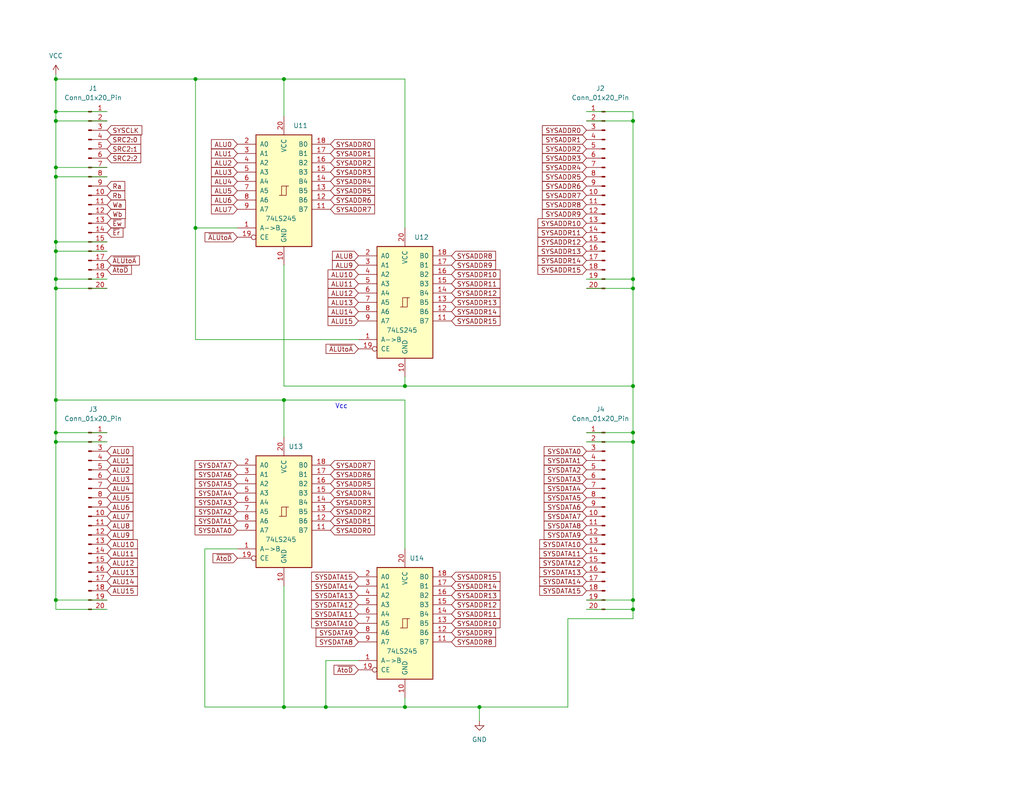
<source format=kicad_sch>
(kicad_sch (version 20230121) (generator eeschema)
  (paper "USLetter")
  (title_block (title "V503 Addressing Unit (Lower Half)"))
  (lib_symbols
    (symbol "74xx:74LS245" (pin_names (offset 1.016))
      (property "Reference" "U" (at -7.62 16.51 0))
      (property "Value" "74LS245" (at -7.62 -16.51 0))
      (symbol "74LS245_1_0"
        (polyline (pts (xy -0.635 -1.27) (xy -0.635 1.27) (xy 0.635 1.27)))
        (polyline (pts (xy -1.27 -1.27) (xy 0.635 -1.27) (xy 0.635 1.27) (xy 1.27 1.27)))
        (pin input line (at -12.7 -10.16 0) (length 5.08) (name "A->B") (number "1"))
        (pin power_in line (at 0 -20.32 90) (length 5.08) (name "GND") (number "10"))
        (pin tri_state line (at 12.7 -5.08 180) (length 5.08) (name "B7") (number "11"))
        (pin tri_state line (at 12.7 -2.54 180) (length 5.08) (name "B6") (number "12"))
        (pin tri_state line (at 12.7 0 180) (length 5.08) (name "B5") (number "13"))
        (pin tri_state line (at 12.7 2.54 180) (length 5.08) (name "B4") (number "14"))
        (pin tri_state line (at 12.7 5.08 180) (length 5.08) (name "B3") (number "15"))
        (pin tri_state line (at 12.7 7.62 180) (length 5.08) (name "B2") (number "16"))
        (pin tri_state line (at 12.7 10.16 180) (length 5.08) (name "B1") (number "17"))
        (pin tri_state line (at 12.7 12.7 180) (length 5.08) (name "B0") (number "18"))
        (pin input inverted (at -12.7 -12.7 0) (length 5.08) (name "CE") (number "19"))
        (pin tri_state line (at -12.7 12.7 0) (length 5.08) (name "A0") (number "2"))
        (pin power_in line (at 0 20.32 270) (length 5.08) (name "VCC") (number "20"))
        (pin tri_state line (at -12.7 10.16 0) (length 5.08) (name "A1") (number "3"))
        (pin tri_state line (at -12.7 7.62 0) (length 5.08) (name "A2") (number "4"))
        (pin tri_state line (at -12.7 5.08 0) (length 5.08) (name "A3") (number "5"))
        (pin tri_state line (at -12.7 2.54 0) (length 5.08) (name "A4") (number "6"))
        (pin tri_state line (at -12.7 0 0) (length 5.08) (name "A5") (number "7"))
        (pin tri_state line (at -12.7 -2.54 0) (length 5.08) (name "A6") (number "8"))
        (pin tri_state line (at -12.7 -5.08 0) (length 5.08) (name "A7") (number "9"))
      )
      (symbol "74LS245_1_1"
        (rectangle (start -7.62 15.24) (end 7.62 -15.24) (stroke (width 0.254)) (fill (type background)))
      )
    )
    (symbol "Connector:Conn_01x20_Pin" (pin_names (offset 1.016) hide)
      (property "Reference" "J" (at 0 25.4 0))
      (property "Value" "Conn_01x20_Pin" (at 0 -27.94 0))
      (symbol "Conn_01x20_Pin_1_1"
        (polyline (pts (xy 1.27 -25.4) (xy 0.8636 -25.4)) (stroke (width 0.1524)))
        (polyline (pts (xy 1.27 -22.86) (xy 0.8636 -22.86)) (stroke (width 0.1524)))
        (polyline (pts (xy 1.27 -20.32) (xy 0.8636 -20.32)) (stroke (width 0.1524)))
        (polyline (pts (xy 1.27 -17.78) (xy 0.8636 -17.78)) (stroke (width 0.1524)))
        (polyline (pts (xy 1.27 -15.24) (xy 0.8636 -15.24)) (stroke (width 0.1524)))
        (polyline (pts (xy 1.27 -12.7) (xy 0.8636 -12.7)) (stroke (width 0.1524)))
        (polyline (pts (xy 1.27 -10.16) (xy 0.8636 -10.16)) (stroke (width 0.1524)))
        (polyline (pts (xy 1.27 -7.62) (xy 0.8636 -7.62)) (stroke (width 0.1524)))
        (polyline (pts (xy 1.27 -5.08) (xy 0.8636 -5.08)) (stroke (width 0.1524)))
        (polyline (pts (xy 1.27 -2.54) (xy 0.8636 -2.54)) (stroke (width 0.1524)))
        (polyline (pts (xy 1.27 0) (xy 0.8636 0)) (stroke (width 0.1524)))
        (polyline (pts (xy 1.27 2.54) (xy 0.8636 2.54)) (stroke (width 0.1524)))
        (polyline (pts (xy 1.27 5.08) (xy 0.8636 5.08)) (stroke (width 0.1524)))
        (polyline (pts (xy 1.27 7.62) (xy 0.8636 7.62)) (stroke (width 0.1524)))
        (polyline (pts (xy 1.27 10.16) (xy 0.8636 10.16)) (stroke (width 0.1524)))
        (polyline (pts (xy 1.27 12.7) (xy 0.8636 12.7)) (stroke (width 0.1524)))
        (polyline (pts (xy 1.27 15.24) (xy 0.8636 15.24)) (stroke (width 0.1524)))
        (polyline (pts (xy 1.27 17.78) (xy 0.8636 17.78)) (stroke (width 0.1524)))
        (polyline (pts (xy 1.27 20.32) (xy 0.8636 20.32)) (stroke (width 0.1524)))
        (polyline (pts (xy 1.27 22.86) (xy 0.8636 22.86)) (stroke (width 0.1524)))
        (rectangle (start 0.8636 -25.273) (end 0 -25.527) (stroke (width 0.1524)) (fill (type outline)))
        (rectangle (start 0.8636 -22.733) (end 0 -22.987) (stroke (width 0.1524)) (fill (type outline)))
        (rectangle (start 0.8636 -20.193) (end 0 -20.447) (stroke (width 0.1524)) (fill (type outline)))
        (rectangle (start 0.8636 -17.653) (end 0 -17.907) (stroke (width 0.1524)) (fill (type outline)))
        (rectangle (start 0.8636 -15.113) (end 0 -15.367) (stroke (width 0.1524)) (fill (type outline)))
        (rectangle (start 0.8636 -12.573) (end 0 -12.827) (stroke (width 0.1524)) (fill (type outline)))
        (rectangle (start 0.8636 -10.033) (end 0 -10.287) (stroke (width 0.1524)) (fill (type outline)))
        (rectangle (start 0.8636 -7.493) (end 0 -7.747) (stroke (width 0.1524)) (fill (type outline)))
        (rectangle (start 0.8636 -4.953) (end 0 -5.207) (stroke (width 0.1524)) (fill (type outline)))
        (rectangle (start 0.8636 -2.413) (end 0 -2.667) (stroke (width 0.1524)) (fill (type outline)))
        (rectangle (start 0.8636 0.127) (end 0 -0.127) (stroke (width 0.1524)) (fill (type outline)))
        (rectangle (start 0.8636 2.667) (end 0 2.413) (stroke (width 0.1524)) (fill (type outline)))
        (rectangle (start 0.8636 5.207) (end 0 4.953) (stroke (width 0.1524)) (fill (type outline)))
        (rectangle (start 0.8636 7.747) (end 0 7.493) (stroke (width 0.1524)) (fill (type outline)))
        (rectangle (start 0.8636 10.287) (end 0 10.033) (stroke (width 0.1524)) (fill (type outline)))
        (rectangle (start 0.8636 12.827) (end 0 12.573) (stroke (width 0.1524)) (fill (type outline)))
        (rectangle (start 0.8636 15.367) (end 0 15.113) (stroke (width 0.1524)) (fill (type outline)))
        (rectangle (start 0.8636 17.907) (end 0 17.653) (stroke (width 0.1524)) (fill (type outline)))
        (rectangle (start 0.8636 20.447) (end 0 20.193) (stroke (width 0.1524)) (fill (type outline)))
        (rectangle (start 0.8636 22.987) (end 0 22.733) (stroke (width 0.1524)) (fill (type outline)))
        (pin passive line (at 5.08 22.86 180) (length 3.81) (name "Pin_1") (number "1"))
        (pin passive line (at 5.08 0 180) (length 3.81) (name "Pin_10") (number "10"))
        (pin passive line (at 5.08 -2.54 180) (length 3.81) (name "Pin_11") (number "11"))
        (pin passive line (at 5.08 -5.08 180) (length 3.81) (name "Pin_12") (number "12"))
        (pin passive line (at 5.08 -7.62 180) (length 3.81) (name "Pin_13") (number "13"))
        (pin passive line (at 5.08 -10.16 180) (length 3.81) (name "Pin_14") (number "14"))
        (pin passive line (at 5.08 -12.7 180) (length 3.81) (name "Pin_15") (number "15"))
        (pin passive line (at 5.08 -15.24 180) (length 3.81) (name "Pin_16") (number "16"))
        (pin passive line (at 5.08 -17.78 180) (length 3.81) (name "Pin_17") (number "17"))
        (pin passive line (at 5.08 -20.32 180) (length 3.81) (name "Pin_18") (number "18"))
        (pin passive line (at 5.08 -22.86 180) (length 3.81) (name "Pin_19") (number "19"))
        (pin passive line (at 5.08 20.32 180) (length 3.81) (name "Pin_2") (number "2"))
        (pin passive line (at 5.08 -25.4 180) (length 3.81) (name "Pin_20") (number "20"))
        (pin passive line (at 5.08 17.78 180) (length 3.81) (name "Pin_3") (number "3"))
        (pin passive line (at 5.08 15.24 180) (length 3.81) (name "Pin_4") (number "4"))
        (pin passive line (at 5.08 12.7 180) (length 3.81) (name "Pin_5") (number "5"))
        (pin passive line (at 5.08 10.16 180) (length 3.81) (name "Pin_6") (number "6"))
        (pin passive line (at 5.08 7.62 180) (length 3.81) (name "Pin_7") (number "7"))
        (pin passive line (at 5.08 5.08 180) (length 3.81) (name "Pin_8") (number "8"))
        (pin passive line (at 5.08 2.54 180) (length 3.81) (name "Pin_9") (number "9"))
      )
    )
    (symbol "power:GND" (power) (pin_names (offset 0))
      (property "Value" "GND" (at 0 -3.81 0))
      (symbol "GND_0_1"
        (polyline (pts (xy 0 0) (xy 0 -1.27) (xy 1.27 -1.27) (xy 0 -2.54) (xy -1.27 -1.27) (xy 0 -1.27)))
      )
      (symbol "GND_1_1"
        (pin power_in line (at 0 0 270) (length 0) hide (name "GND") (number "1"))
      )
    )
    (symbol "power:VCC" (power) (pin_names (offset 0))
      (property "Value" "VCC" (at 0 3.81 0))
      (symbol "VCC_0_1"
        (polyline (pts (xy -0.762 1.27) (xy 0 2.54)))
        (polyline (pts (xy 0 0) (xy 0 2.54)))
        (polyline (pts (xy 0 2.54) (xy 0.762 1.27)))
      )
      (symbol "VCC_1_1"
        (pin power_in line (at 0 0 90) (length 0) hide (name "VCC") (number "1"))
      )
    )
  )
  (junction (at 172.72 105.41))
  (junction (at 172.72 78.74))
  (junction (at 172.72 120.65))
  (junction (at 172.72 76.2))
  (junction (at 110.49 105.41))
  (junction (at 15.24 21.59))
  (junction (at 77.47 109.22))
  (junction (at 15.24 118.11))
  (junction (at 53.34 62.23))
  (junction (at 77.47 193.04))
  (junction (at 15.24 163.83))
  (junction (at 15.24 109.22))
  (junction (at 15.24 68.58))
  (junction (at 15.24 76.2))
  (junction (at 15.24 48.26))
  (junction (at 172.72 163.83))
  (junction (at 172.72 33.02))
  (junction (at 15.24 120.65))
  (junction (at 172.72 166.37))
  (junction (at 15.24 30.48))
  (junction (at 15.24 45.72))
  (junction (at 172.72 118.11))
  (junction (at 110.49 193.04))
  (junction (at 53.34 21.59))
  (junction (at 88.9 193.04))
  (junction (at 77.47 21.59))
  (junction (at 130.81 193.04))
  (junction (at 15.24 78.74))
  (junction (at 15.24 33.02))
  (junction (at 15.24 66.04))
  (wire (pts (xy 97.79 180.34) (xy 88.9 180.34)))
  (wire (pts (xy 15.24 20.32) (xy 15.24 21.59)))
  (wire (pts (xy 64.77 62.23) (xy 53.34 62.23)))
  (wire (pts (xy 15.24 120.65) (xy 29.21 120.65)))
  (wire (pts (xy 55.88 193.04) (xy 77.47 193.04)))
  (wire (pts (xy 77.47 21.59) (xy 110.49 21.59)))
  (wire (pts (xy 160.02 30.48) (xy 172.72 30.48)))
  (wire (pts (xy 77.47 193.04) (xy 88.9 193.04)))
  (wire (pts (xy 160.02 33.02) (xy 172.72 33.02)))
  (wire (pts (xy 160.02 118.11) (xy 172.72 118.11)))
  (wire (pts (xy 172.72 30.48) (xy 172.72 33.02)))
  (wire (pts (xy 110.49 190.5) (xy 110.49 193.04)))
  (wire (pts (xy 110.49 62.23) (xy 110.49 21.59)))
  (wire (pts (xy 15.24 166.37) (xy 29.21 166.37)))
  (wire (pts (xy 77.47 72.39) (xy 77.47 105.41)))
  (wire (pts (xy 15.24 45.72) (xy 15.24 48.26)))
  (wire (pts (xy 55.88 149.86) (xy 55.88 193.04)))
  (wire (pts (xy 110.49 109.22) (xy 110.49 149.86)))
  (wire (pts (xy 130.81 193.04) (xy 130.81 196.85)))
  (wire (pts (xy 172.72 118.11) (xy 172.72 120.65)))
  (wire (pts (xy 15.24 66.04) (xy 29.21 66.04)))
  (wire (pts (xy 15.24 118.11) (xy 29.21 118.11)))
  (wire (pts (xy 15.24 68.58) (xy 15.24 76.2)))
  (wire (pts (xy 172.72 78.74) (xy 172.72 105.41)))
  (wire (pts (xy 15.24 30.48) (xy 15.24 33.02)))
  (wire (pts (xy 15.24 30.48) (xy 29.21 30.48)))
  (wire (pts (xy 77.47 109.22) (xy 77.47 119.38)))
  (wire (pts (xy 160.02 166.37) (xy 172.72 166.37)))
  (wire (pts (xy 53.34 62.23) (xy 53.34 21.59)))
  (wire (pts (xy 172.72 33.02) (xy 172.72 76.2)))
  (wire (pts (xy 15.24 109.22) (xy 77.47 109.22)))
  (wire (pts (xy 15.24 33.02) (xy 15.24 45.72)))
  (wire (pts (xy 110.49 193.04) (xy 130.81 193.04)))
  (wire (pts (xy 172.72 120.65) (xy 172.72 163.83)))
  (wire (pts (xy 15.24 45.72) (xy 29.21 45.72)))
  (wire (pts (xy 160.02 76.2) (xy 172.72 76.2)))
  (wire (pts (xy 77.47 105.41) (xy 110.49 105.41)))
  (wire (pts (xy 110.49 102.87) (xy 110.49 105.41)))
  (wire (pts (xy 154.94 193.04) (xy 154.94 168.91)))
  (wire (pts (xy 154.94 168.91) (xy 172.72 168.91)))
  (wire (pts (xy 172.72 166.37) (xy 172.72 168.91)))
  (wire (pts (xy 77.47 21.59) (xy 77.47 31.75)))
  (wire (pts (xy 15.24 78.74) (xy 15.24 109.22)))
  (wire (pts (xy 172.72 76.2) (xy 172.72 78.74)))
  (wire (pts (xy 130.81 193.04) (xy 154.94 193.04)))
  (wire (pts (xy 53.34 21.59) (xy 77.47 21.59)))
  (wire (pts (xy 77.47 160.02) (xy 77.47 193.04)))
  (wire (pts (xy 172.72 163.83) (xy 172.72 166.37)))
  (wire (pts (xy 77.47 109.22) (xy 110.49 109.22)))
  (wire (pts (xy 15.24 48.26) (xy 29.21 48.26)))
  (wire (pts (xy 172.72 105.41) (xy 172.72 118.11)))
  (wire (pts (xy 15.24 163.83) (xy 29.21 163.83)))
  (wire (pts (xy 15.24 21.59) (xy 53.34 21.59)))
  (wire (pts (xy 160.02 120.65) (xy 172.72 120.65)))
  (wire (pts (xy 15.24 120.65) (xy 15.24 163.83)))
  (wire (pts (xy 15.24 21.59) (xy 15.24 30.48)))
  (wire (pts (xy 15.24 78.74) (xy 29.21 78.74)))
  (wire (pts (xy 64.77 149.86) (xy 55.88 149.86)))
  (wire (pts (xy 88.9 180.34) (xy 88.9 193.04)))
  (wire (pts (xy 160.02 163.83) (xy 172.72 163.83)))
  (wire (pts (xy 15.24 33.02) (xy 29.21 33.02)))
  (wire (pts (xy 110.49 105.41) (xy 172.72 105.41)))
  (wire (pts (xy 15.24 68.58) (xy 29.21 68.58)))
  (wire (pts (xy 15.24 76.2) (xy 29.21 76.2)))
  (wire (pts (xy 97.79 92.71) (xy 53.34 92.71)))
  (wire (pts (xy 15.24 66.04) (xy 15.24 68.58)))
  (wire (pts (xy 53.34 62.23) (xy 53.34 92.71)))
  (wire (pts (xy 88.9 193.04) (xy 110.49 193.04)))
  (wire (pts (xy 15.24 118.11) (xy 15.24 120.65)))
  (wire (pts (xy 15.24 48.26) (xy 15.24 66.04)))
  (wire (pts (xy 160.02 78.74) (xy 172.72 78.74)))
  (wire (pts (xy 15.24 163.83) (xy 15.24 166.37)))
  (wire (pts (xy 15.24 109.22) (xy 15.24 118.11)))
  (wire (pts (xy 15.24 76.2) (xy 15.24 78.74)))
  (text "Vcc" (at 91.44 111.76 0) (effects (font (size 1.27 1.27)) (justify left bottom)))
  (global_label "SYSADDR9" (shape input) (at 123.19 172.72 0) (property "Intersheetrefs" "${INTERSHEET_REFS}" (effects hide)))
  (global_label "SYSADDR1" (shape input) (at 90.17 142.24 0) (property "Intersheetrefs" "${INTERSHEET_REFS}" (effects hide)))
  (global_label "ALU15" (shape input) (at 29.21 161.29 0) (property "Intersheetrefs" "${INTERSHEET_REFS}" (effects hide)))
  (global_label "ALU12" (shape input) (at 29.21 153.67 0) (property "Intersheetrefs" "${INTERSHEET_REFS}" (effects hide)))
  (global_label "ALU2" (shape input) (at 64.77 44.45 180) (property "Intersheetrefs" "${INTERSHEET_REFS}" (effects hide)))
  (global_label "SYSADDR11" (shape input) (at 123.19 77.47 0) (property "Intersheetrefs" "${INTERSHEET_REFS}" (effects hide)))
  (global_label "SYSADDR1" (shape input) (at 160.02 38.1 180) (property "Intersheetrefs" "${INTERSHEET_REFS}" (effects hide)))
  (global_label "ALU7" (shape input) (at 29.21 140.97 0) (property "Intersheetrefs" "${INTERSHEET_REFS}" (effects hide)))
  (global_label "Wb" (shape input) (at 29.21 58.42 0) (property "Intersheetrefs" "${INTERSHEET_REFS}" (effects hide)))
  (global_label "SRC2:2" (shape input) (at 29.21 43.18 0) (property "Intersheetrefs" "${INTERSHEET_REFS}" (effects hide)))
  (global_label "SYSDATA4" (shape input) (at 64.77 134.62 180) (property "Intersheetrefs" "${INTERSHEET_REFS}" (effects hide)))
  (global_label "~{ALUtoA}" (shape input) (at 97.79 95.25 180) (property "Intersheetrefs" "${INTERSHEET_REFS}" (effects hide)))
  (global_label "ALU5" (shape input) (at 29.21 135.89 0) (property "Intersheetrefs" "${INTERSHEET_REFS}" (effects hide)))
  (global_label "ALU0" (shape input) (at 64.77 39.37 180) (property "Intersheetrefs" "${INTERSHEET_REFS}" (effects hide)))
  (global_label "SYSADDR4" (shape input) (at 90.17 49.53 0) (property "Intersheetrefs" "${INTERSHEET_REFS}" (effects hide)))
  (global_label "SYSADDR1" (shape input) (at 90.17 41.91 0) (property "Intersheetrefs" "${INTERSHEET_REFS}" (effects hide)))
  (global_label "ALU9" (shape input) (at 97.79 72.39 180) (property "Intersheetrefs" "${INTERSHEET_REFS}" (effects hide)))
  (global_label "SYSADDR11" (shape input) (at 123.19 167.64 0) (property "Intersheetrefs" "${INTERSHEET_REFS}" (effects hide)))
  (global_label "SYSADDR3" (shape input) (at 90.17 46.99 0) (property "Intersheetrefs" "${INTERSHEET_REFS}" (effects hide)))
  (global_label "SYSADDR5" (shape input) (at 90.17 52.07 0) (property "Intersheetrefs" "${INTERSHEET_REFS}" (effects hide)))
  (global_label "ALU10" (shape input) (at 97.79 74.93 180) (property "Intersheetrefs" "${INTERSHEET_REFS}" (effects hide)))
  (global_label "SYSADDR2" (shape input) (at 90.17 44.45 0) (property "Intersheetrefs" "${INTERSHEET_REFS}" (effects hide)))
  (global_label "ALU1" (shape input) (at 29.21 125.73 0) (property "Intersheetrefs" "${INTERSHEET_REFS}" (effects hide)))
  (global_label "SYSDATA15" (shape input) (at 97.79 157.48 180) (property "Intersheetrefs" "${INTERSHEET_REFS}" (effects hide)))
  (global_label "Ra" (shape input) (at 29.21 50.8 0) (property "Intersheetrefs" "${INTERSHEET_REFS}" (effects hide)))
  (global_label "SYSADDR3" (shape input) (at 90.17 137.16 0) (property "Intersheetrefs" "${INTERSHEET_REFS}" (effects hide)))
  (global_label "ALU8" (shape input) (at 97.79 69.85 180) (property "Intersheetrefs" "${INTERSHEET_REFS}" (effects hide)))
  (global_label "SYSDATA13" (shape input) (at 97.79 162.56 180) (property "Intersheetrefs" "${INTERSHEET_REFS}" (effects hide)))
  (global_label "SYSADDR3" (shape input) (at 160.02 43.18 180) (property "Intersheetrefs" "${INTERSHEET_REFS}" (effects hide)))
  (global_label "ALU7" (shape input) (at 64.77 57.15 180) (property "Intersheetrefs" "${INTERSHEET_REFS}" (effects hide)))
  (global_label "SYSADDR7" (shape input) (at 90.17 127 0) (property "Intersheetrefs" "${INTERSHEET_REFS}" (effects hide)))
  (global_label "ALU2" (shape input) (at 29.21 128.27 0) (property "Intersheetrefs" "${INTERSHEET_REFS}" (effects hide)))
  (global_label "SYSADDR13" (shape input) (at 123.19 162.56 0) (property "Intersheetrefs" "${INTERSHEET_REFS}" (effects hide)))
  (global_label "ALU8" (shape input) (at 29.21 143.51 0) (property "Intersheetrefs" "${INTERSHEET_REFS}" (effects hide)))
  (global_label "SYSDATA5" (shape input) (at 64.77 132.08 180) (property "Intersheetrefs" "${INTERSHEET_REFS}" (effects hide)))
  (global_label "SYSDATA12" (shape input) (at 160.02 153.67 180) (property "Intersheetrefs" "${INTERSHEET_REFS}" (effects hide)))
  (global_label "SYSADDR10" (shape input) (at 123.19 170.18 0) (property "Intersheetrefs" "${INTERSHEET_REFS}" (effects hide)))
  (global_label "ALU11" (shape input) (at 29.21 151.13 0) (property "Intersheetrefs" "${INTERSHEET_REFS}" (effects hide)))
  (global_label "SYSDATA6" (shape input) (at 160.02 138.43 180) (property "Intersheetrefs" "${INTERSHEET_REFS}" (effects hide)))
  (global_label "ALU4" (shape input) (at 29.21 133.35 0) (property "Intersheetrefs" "${INTERSHEET_REFS}" (effects hide)))
  (global_label "SYSADDR0" (shape input) (at 160.02 35.56 180) (property "Intersheetrefs" "${INTERSHEET_REFS}" (effects hide)))
  (global_label "~{Ew}" (shape input) (at 29.21 60.96 0) (property "Intersheetrefs" "${INTERSHEET_REFS}" (effects hide)))
  (global_label "SYSDATA7" (shape input) (at 64.77 127 180) (property "Intersheetrefs" "${INTERSHEET_REFS}" (effects hide)))
  (global_label "SYSADDR7" (shape input) (at 90.17 57.15 0) (property "Intersheetrefs" "${INTERSHEET_REFS}" (effects hide)))
  (global_label "~{AtoD}" (shape input) (at 29.21 73.66 0) (property "Intersheetrefs" "${INTERSHEET_REFS}" (effects hide)))
  (global_label "SYSDATA0" (shape input) (at 160.02 123.19 180) (property "Intersheetrefs" "${INTERSHEET_REFS}" (effects hide)))
  (global_label "SYSADDR12" (shape input) (at 160.02 66.04 180) (property "Intersheetrefs" "${INTERSHEET_REFS}" (effects hide)))
  (global_label "ALU9" (shape input) (at 29.21 146.05 0) (property "Intersheetrefs" "${INTERSHEET_REFS}" (effects hide)))
  (global_label "SYSDATA3" (shape input) (at 160.02 130.81 180) (property "Intersheetrefs" "${INTERSHEET_REFS}" (effects hide)))
  (global_label "SYSDATA7" (shape input) (at 160.02 140.97 180) (property "Intersheetrefs" "${INTERSHEET_REFS}" (effects hide)))
  (global_label "SYSDATA15" (shape input) (at 160.02 161.29 180) (property "Intersheetrefs" "${INTERSHEET_REFS}" (effects hide)))
  (global_label "SYSDATA12" (shape input) (at 97.79 165.1 180) (property "Intersheetrefs" "${INTERSHEET_REFS}" (effects hide)))
  (global_label "SYSADDR14" (shape input) (at 160.02 71.12 180) (property "Intersheetrefs" "${INTERSHEET_REFS}" (effects hide)))
  (global_label "Rb" (shape input) (at 29.21 53.34 0) (property "Intersheetrefs" "${INTERSHEET_REFS}" (effects hide)))
  (global_label "SYSDATA1" (shape input) (at 64.77 142.24 180) (property "Intersheetrefs" "${INTERSHEET_REFS}" (effects hide)))
  (global_label "ALU12" (shape input) (at 97.79 80.01 180) (property "Intersheetrefs" "${INTERSHEET_REFS}" (effects hide)))
  (global_label "SYSADDR12" (shape input) (at 123.19 165.1 0) (property "Intersheetrefs" "${INTERSHEET_REFS}" (effects hide)))
  (global_label "ALU6" (shape input) (at 64.77 54.61 180) (property "Intersheetrefs" "${INTERSHEET_REFS}" (effects hide)))
  (global_label "ALU5" (shape input) (at 64.77 52.07 180) (property "Intersheetrefs" "${INTERSHEET_REFS}" (effects hide)))
  (global_label "SYSADDR2" (shape input) (at 90.17 139.7 0) (property "Intersheetrefs" "${INTERSHEET_REFS}" (effects hide)))
  (global_label "SYSDATA1" (shape input) (at 160.02 125.73 180) (property "Intersheetrefs" "${INTERSHEET_REFS}" (effects hide)))
  (global_label "SYSDATA11" (shape input) (at 97.79 167.64 180) (property "Intersheetrefs" "${INTERSHEET_REFS}" (effects hide)))
  (global_label "SYSADDR15" (shape input) (at 160.02 73.66 180) (property "Intersheetrefs" "${INTERSHEET_REFS}" (effects hide)))
  (global_label "ALU14" (shape input) (at 97.79 85.09 180) (property "Intersheetrefs" "${INTERSHEET_REFS}" (effects hide)))
  (global_label "ALU15" (shape input) (at 97.79 87.63 180) (property "Intersheetrefs" "${INTERSHEET_REFS}" (effects hide)))
  (global_label "SYSADDR6" (shape input) (at 90.17 54.61 0) (property "Intersheetrefs" "${INTERSHEET_REFS}" (effects hide)))
  (global_label "SRC2:0" (shape input) (at 29.21 38.1 0) (property "Intersheetrefs" "${INTERSHEET_REFS}" (effects hide)))
  (global_label "ALU14" (shape input) (at 29.21 158.75 0) (property "Intersheetrefs" "${INTERSHEET_REFS}" (effects hide)))
  (global_label "SYSDATA6" (shape input) (at 64.77 129.54 180) (property "Intersheetrefs" "${INTERSHEET_REFS}" (effects hide)))
  (global_label "~{AtoD}" (shape input) (at 97.79 182.88 180) (property "Intersheetrefs" "${INTERSHEET_REFS}" (effects hide)))
  (global_label "SYSDATA5" (shape input) (at 160.02 135.89 180) (property "Intersheetrefs" "${INTERSHEET_REFS}" (effects hide)))
  (global_label "ALU6" (shape input) (at 29.21 138.43 0) (property "Intersheetrefs" "${INTERSHEET_REFS}" (effects hide)))
  (global_label "ALU10" (shape input) (at 29.21 148.59 0) (property "Intersheetrefs" "${INTERSHEET_REFS}" (effects hide)))
  (global_label "ALU3" (shape input) (at 64.77 46.99 180) (property "Intersheetrefs" "${INTERSHEET_REFS}" (effects hide)))
  (global_label "SYSADDR13" (shape input) (at 123.19 82.55 0) (property "Intersheetrefs" "${INTERSHEET_REFS}" (effects hide)))
  (global_label "SYSDATA11" (shape input) (at 160.02 151.13 180) (property "Intersheetrefs" "${INTERSHEET_REFS}" (effects hide)))
  (global_label "~{ALUtoA}" (shape input) (at 29.21 71.12 0) (property "Intersheetrefs" "${INTERSHEET_REFS}" (effects hide)))
  (global_label "SYSADDR2" (shape input) (at 160.02 40.64 180) (property "Intersheetrefs" "${INTERSHEET_REFS}" (effects hide)))
  (global_label "SYSADDR0" (shape input) (at 90.17 39.37 0) (property "Intersheetrefs" "${INTERSHEET_REFS}" (effects hide)))
  (global_label "SYSDATA0" (shape input) (at 64.77 144.78 180) (property "Intersheetrefs" "${INTERSHEET_REFS}" (effects hide)))
  (global_label "SYSDATA10" (shape input) (at 97.79 170.18 180) (property "Intersheetrefs" "${INTERSHEET_REFS}" (effects hide)))
  (global_label "SYSDATA14" (shape input) (at 97.79 160.02 180) (property "Intersheetrefs" "${INTERSHEET_REFS}" (effects hide)))
  (global_label "SYSADDR8" (shape input) (at 123.19 175.26 0) (property "Intersheetrefs" "${INTERSHEET_REFS}" (effects hide)))
  (global_label "SYSDATA14" (shape input) (at 160.02 158.75 180) (property "Intersheetrefs" "${INTERSHEET_REFS}" (effects hide)))
  (global_label "SRC2:1" (shape input) (at 29.21 40.64 0) (property "Intersheetrefs" "${INTERSHEET_REFS}" (effects hide)))
  (global_label "ALU4" (shape input) (at 64.77 49.53 180) (property "Intersheetrefs" "${INTERSHEET_REFS}" (effects hide)))
  (global_label "~{ALUtoA}" (shape input) (at 64.77 64.77 180) (property "Intersheetrefs" "${INTERSHEET_REFS}" (effects hide)))
  (global_label "SYSADDR6" (shape input) (at 160.02 50.8 180) (property "Intersheetrefs" "${INTERSHEET_REFS}" (effects hide)))
  (global_label "ALU0" (shape input) (at 29.21 123.19 0) (property "Intersheetrefs" "${INTERSHEET_REFS}" (effects hide)))
  (global_label "SYSADDR5" (shape input) (at 160.02 48.26 180) (property "Intersheetrefs" "${INTERSHEET_REFS}" (effects hide)))
  (global_label "SYSADDR4" (shape input) (at 160.02 45.72 180) (property "Intersheetrefs" "${INTERSHEET_REFS}" (effects hide)))
  (global_label "SYSDATA3" (shape input) (at 64.77 137.16 180) (property "Intersheetrefs" "${INTERSHEET_REFS}" (effects hide)))
  (global_label "Wa" (shape input) (at 29.21 55.88 0) (property "Intersheetrefs" "${INTERSHEET_REFS}" (effects hide)))
  (global_label "SYSADDR9" (shape input) (at 123.19 72.39 0) (property "Intersheetrefs" "${INTERSHEET_REFS}" (effects hide)))
  (global_label "SYSADDR11" (shape input) (at 160.02 63.5 180) (property "Intersheetrefs" "${INTERSHEET_REFS}" (effects hide)))
  (global_label "SYSDATA2" (shape input) (at 64.77 139.7 180) (property "Intersheetrefs" "${INTERSHEET_REFS}" (effects hide)))
  (global_label "ALU13" (shape input) (at 97.79 82.55 180) (property "Intersheetrefs" "${INTERSHEET_REFS}" (effects hide)))
  (global_label "~{Er}" (shape input) (at 29.21 63.5 0) (property "Intersheetrefs" "${INTERSHEET_REFS}" (effects hide)))
  (global_label "SYSDATA2" (shape input) (at 160.02 128.27 180) (property "Intersheetrefs" "${INTERSHEET_REFS}" (effects hide)))
  (global_label "SYSDATA8" (shape input) (at 97.79 175.26 180) (property "Intersheetrefs" "${INTERSHEET_REFS}" (effects hide)))
  (global_label "SYSADDR5" (shape input) (at 90.17 132.08 0) (property "Intersheetrefs" "${INTERSHEET_REFS}" (effects hide)))
  (global_label "SYSADDR8" (shape input) (at 123.19 69.85 0) (property "Intersheetrefs" "${INTERSHEET_REFS}" (effects hide)))
  (global_label "SYSDATA9" (shape input) (at 160.02 146.05 180) (property "Intersheetrefs" "${INTERSHEET_REFS}" (effects hide)))
  (global_label "SYSADDR13" (shape input) (at 160.02 68.58 180) (property "Intersheetrefs" "${INTERSHEET_REFS}" (effects hide)))
  (global_label "SYSADDR9" (shape input) (at 160.02 58.42 180) (property "Intersheetrefs" "${INTERSHEET_REFS}" (effects hide)))
  (global_label "SYSADDR15" (shape input) (at 123.19 157.48 0) (property "Intersheetrefs" "${INTERSHEET_REFS}" (effects hide)))
  (global_label "SYSADDR12" (shape input) (at 123.19 80.01 0) (property "Intersheetrefs" "${INTERSHEET_REFS}" (effects hide)))
  (global_label "~{AtoD}" (shape input) (at 64.77 152.4 180) (property "Intersheetrefs" "${INTERSHEET_REFS}" (effects hide)))
  (global_label "SYSADDR8" (shape input) (at 160.02 55.88 180) (property "Intersheetrefs" "${INTERSHEET_REFS}" (effects hide)))
  (global_label "ALU1" (shape input) (at 64.77 41.91 180) (property "Intersheetrefs" "${INTERSHEET_REFS}" (effects hide)))
  (global_label "SYSADDR15" (shape input) (at 123.19 87.63 0) (property "Intersheetrefs" "${INTERSHEET_REFS}" (effects hide)))
  (global_label "SYSDATA4" (shape input) (at 160.02 133.35 180) (property "Intersheetrefs" "${INTERSHEET_REFS}" (effects hide)))
  (global_label "SYSADDR10" (shape input) (at 160.02 60.96 180) (property "Intersheetrefs" "${INTERSHEET_REFS}" (effects hide)))
  (global_label "SYSDATA10" (shape input) (at 160.02 148.59 180) (property "Intersheetrefs" "${INTERSHEET_REFS}" (effects hide)))
  (global_label "ALU11" (shape input) (at 97.79 77.47 180) (property "Intersheetrefs" "${INTERSHEET_REFS}" (effects hide)))
  (global_label "SYSADDR6" (shape input) (at 90.17 129.54 0) (property "Intersheetrefs" "${INTERSHEET_REFS}" (effects hide)))
  (global_label "SYSADDR7" (shape input) (at 160.02 53.34 180) (property "Intersheetrefs" "${INTERSHEET_REFS}" (effects hide)))
  (global_label "ALU3" (shape input) (at 29.21 130.81 0) (property "Intersheetrefs" "${INTERSHEET_REFS}" (effects hide)))
  (global_label "SYSDATA9" (shape input) (at 97.79 172.72 180) (property "Intersheetrefs" "${INTERSHEET_REFS}" (effects hide)))
  (global_label "SYSDATA8" (shape input) (at 160.02 143.51 180) (property "Intersheetrefs" "${INTERSHEET_REFS}" (effects hide)))
  (global_label "SYSADDR14" (shape input) (at 123.19 160.02 0) (property "Intersheetrefs" "${INTERSHEET_REFS}" (effects hide)))
  (global_label "ALU13" (shape input) (at 29.21 156.21 0) (property "Intersheetrefs" "${INTERSHEET_REFS}" (effects hide)))
  (global_label "SYSADDR0" (shape input) (at 90.17 144.78 0) (property "Intersheetrefs" "${INTERSHEET_REFS}" (effects hide)))
  (global_label "SYSADDR10" (shape input) (at 123.19 74.93 0) (property "Intersheetrefs" "${INTERSHEET_REFS}" (effects hide)))
  (global_label "SYSADDR14" (shape input) (at 123.19 85.09 0) (property "Intersheetrefs" "${INTERSHEET_REFS}" (effects hide)))
  (global_label "SYSCLK" (shape input) (at 29.21 35.56 0) (property "Intersheetrefs" "${INTERSHEET_REFS}" (effects hide)))
  (global_label "SYSADDR4" (shape input) (at 90.17 134.62 0) (property "Intersheetrefs" "${INTERSHEET_REFS}" (effects hide)))
  (global_label "SYSDATA13" (shape input) (at 160.02 156.21 180) (property "Intersheetrefs" "${INTERSHEET_REFS}" (effects hide)))
  (symbol (lib_id "74xx:74LS245") (at 110.49 170.18 0) (unit 1)
    (property "Reference" "U14" (at 111.76 152.4 0) (effects (justify left)))
    (property "Value" "74LS245" (at 105.41 177.8 0) (effects (justify left)))
    (property "Footprint" "Package_DIP:DIP-20_W7.62mm" (effects hide))
    (property "Datasheet" "http://www.ti.com/lit/gpn/sn74LS245" (effects hide))
  )
  (symbol (lib_id "power:VCC") (at 15.24 20.32 0) (unit 1)
    (property "Reference" "#PWR03" (effects hide))
    (property "Value" "VCC" (at 15.24 15.24 0))
    (instances (project "V503" (path "" (reference "#PWR03") (unit 1)) (path "" (reference "#PWR01") (unit 1)) (path "" (reference "#PWR06") (unit 1))))
  )
  (symbol (lib_id "74xx:74LS245") (at 77.47 139.7 0) (unit 1)
    (property "Reference" "U13" (at 78.74 121.92 0) (effects (justify left)))
    (property "Value" "74LS245" (at 72.39 147.32 0) (effects (justify left)))
    (property "Footprint" "Package_DIP:DIP-20_W7.62mm" (effects hide))
    (property "Datasheet" "http://www.ti.com/lit/gpn/sn74LS245" (effects hide))
  )
  (symbol (lib_id "Connector:Conn_01x20_Pin") (at 24.13 53.34 0) (unit 1)
    (property "Reference" "J1" (at 25.4 24.13 0))
    (property "Value" "Conn_01x20_Pin" (at 25.4 26.67 0))
    (property "Footprint" "Connector_PinHeader_2.54mm:PinHeader_1x20_P2.54mm_Vertical" (effects hide))
  )
  (symbol (lib_id "Connector:Conn_01x20_Pin") (at 24.13 140.97 0) (unit 1)
    (property "Reference" "J3" (at 25.4 111.76 0))
    (property "Value" "Conn_01x20_Pin" (at 25.4 114.3 0))
    (property "Footprint" "Connector_PinHeader_2.54mm:PinHeader_1x20_P2.54mm_Vertical" (effects hide))
  )
  (symbol (lib_id "power:GND") (at 130.81 196.85 0) (unit 1)
    (property "Reference" "#PWR01" (effects hide))
    (property "Value" "GND" (at 130.81 201.93 0))
    (instances (project "V503" (path "" (reference "#PWR01") (unit 1)) (path "" (reference "#PWR02") (unit 1)) (path "" (reference "#PWR04") (unit 1))))
  )
  (symbol (lib_id "Connector:Conn_01x20_Pin") (at 165.1 53.34 0) (mirror y) (unit 1)
    (property "Reference" "J2" (at 163.83 24.13 0))
    (property "Value" "Conn_01x20_Pin" (at 163.83 26.67 0))
    (property "Footprint" "Connector_PinHeader_2.54mm:PinHeader_1x20_P2.54mm_Vertical" (effects hide))
  )
  (symbol (lib_id "74xx:74LS245") (at 110.49 82.55 0) (unit 1)
    (property "Reference" "U12" (at 113.03 64.77 0) (effects (justify left)))
    (property "Value" "74LS245" (at 105.41 90.17 0) (effects (justify left)))
    (property "Footprint" "Package_DIP:DIP-20_W7.62mm" (effects hide))
    (property "Datasheet" "http://www.ti.com/lit/gpn/sn74LS245" (effects hide))
  )
  (symbol (lib_id "74xx:74LS245") (at 77.47 52.07 0) (unit 1)
    (property "Reference" "U11" (at 80.01 34.29 0) (effects (justify left)))
    (property "Value" "74LS245" (at 72.39 59.69 0) (effects (justify left)))
    (property "Footprint" "Package_DIP:DIP-20_W7.62mm" (effects hide))
    (property "Datasheet" "http://www.ti.com/lit/gpn/sn74LS245" (effects hide))
  )
  (symbol (lib_id "Connector:Conn_01x20_Pin") (at 165.1 140.97 0) (mirror y) (unit 1)
    (property "Reference" "J4" (at 163.83 111.76 0))
    (property "Value" "Conn_01x20_Pin" (at 163.83 114.3 0))
    (property "Footprint" "Connector_PinHeader_2.54mm:PinHeader_1x20_P2.54mm_Vertical" (effects hide))
  )
)
</source>
